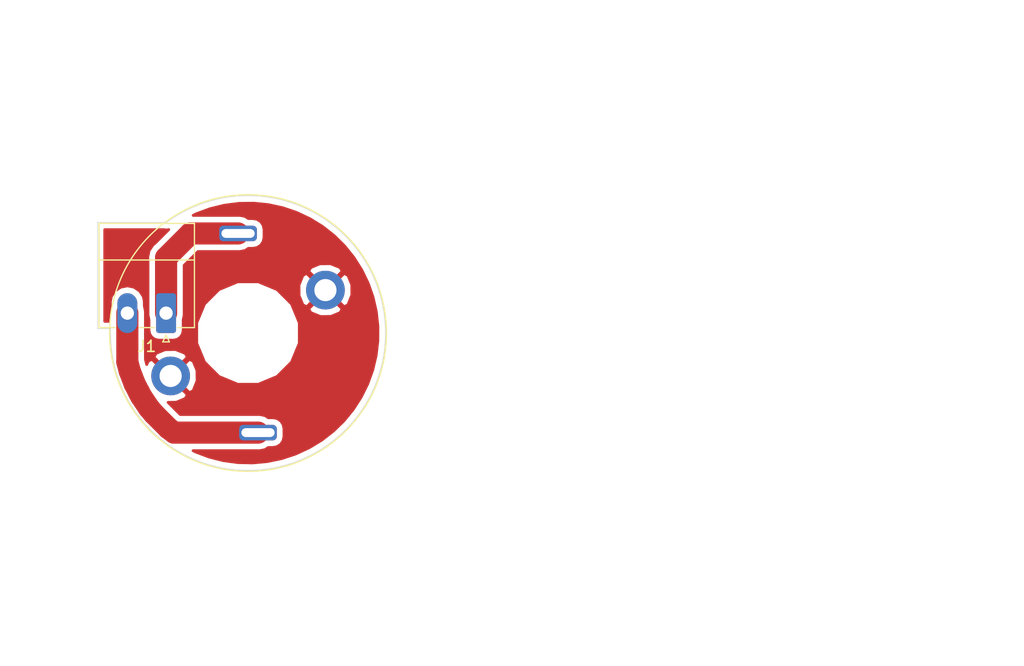
<source format=kicad_pcb>
(kicad_pcb (version 20171130) (host pcbnew 5.0.1)

  (general
    (thickness 1.6)
    (drawings 5)
    (tracks 14)
    (zones 0)
    (modules 2)
    (nets 4)
  )

  (page A4)
  (layers
    (0 F.Cu signal)
    (31 B.Cu signal)
    (32 B.Adhes user)
    (33 F.Adhes user)
    (34 B.Paste user)
    (35 F.Paste user)
    (36 B.SilkS user)
    (37 F.SilkS user)
    (38 B.Mask user)
    (39 F.Mask user)
    (40 Dwgs.User user)
    (41 Cmts.User user)
    (42 Eco1.User user)
    (43 Eco2.User user)
    (44 Edge.Cuts user)
    (45 Margin user)
    (46 B.CrtYd user)
    (47 F.CrtYd user)
    (48 B.Fab user)
    (49 F.Fab user)
  )

  (setup
    (last_trace_width 2)
    (user_trace_width 2)
    (trace_clearance 0.2)
    (zone_clearance 0.508)
    (zone_45_only no)
    (trace_min 0.2)
    (segment_width 0.2)
    (edge_width 0.05)
    (via_size 0.8)
    (via_drill 0.4)
    (via_min_size 0.4)
    (via_min_drill 0.3)
    (uvia_size 0.3)
    (uvia_drill 0.1)
    (uvias_allowed no)
    (uvia_min_size 0.2)
    (uvia_min_drill 0.1)
    (pcb_text_width 0.3)
    (pcb_text_size 1.5 1.5)
    (mod_edge_width 0.12)
    (mod_text_size 1 1)
    (mod_text_width 0.15)
    (pad_size 1.524 1.524)
    (pad_drill 0.762)
    (pad_to_mask_clearance 0.051)
    (solder_mask_min_width 0.25)
    (aux_axis_origin 0 0)
    (visible_elements FFFFFF7F)
    (pcbplotparams
      (layerselection 0x010fc_ffffffff)
      (usegerberextensions false)
      (usegerberattributes false)
      (usegerberadvancedattributes false)
      (creategerberjobfile false)
      (excludeedgelayer true)
      (linewidth 0.100000)
      (plotframeref false)
      (viasonmask false)
      (mode 1)
      (useauxorigin false)
      (hpglpennumber 1)
      (hpglpenspeed 20)
      (hpglpendiameter 15.000000)
      (psnegative false)
      (psa4output false)
      (plotreference true)
      (plotvalue true)
      (plotinvisibletext false)
      (padsonsilk false)
      (subtractmaskfromsilk false)
      (outputformat 1)
      (mirror false)
      (drillshape 1)
      (scaleselection 1)
      (outputdirectory ""))
  )

  (net 0 "")
  (net 1 "Net-(J1-Pad2)")
  (net 2 "Net-(J1-Pad1)")
  (net 3 GND)

  (net_class Default "Ceci est la Netclass par défaut."
    (clearance 0.2)
    (trace_width 0.25)
    (via_dia 0.8)
    (via_drill 0.4)
    (uvia_dia 0.3)
    (uvia_drill 0.1)
    (add_net GND)
    (add_net "Net-(J1-Pad1)")
    (add_net "Net-(J1-Pad2)")
  )

  (module Maxon:Maxon_RE (layer F.Cu) (tedit 5CA0E885) (tstamp 5C9FAC59)
    (at 100 100 270)
    (path /5C9FB0F3)
    (fp_text reference M1 (at 0 0.5 270) (layer F.SilkS)
      (effects (font (size 1 1) (thickness 0.15)))
    )
    (fp_text value Motor_DC_GND (at 0 -0.5 270) (layer F.Fab)
      (effects (font (size 1 1) (thickness 0.15)))
    )
    (fp_circle (center 0 0) (end 12.5 0) (layer F.SilkS) (width 0.12))
    (fp_circle (center 0 0) (end 8 0) (layer Dwgs.User) (width 0.12))
    (pad 1 thru_hole roundrect (at 9 -0.9) (size 3.4 1.4) (drill oval 3 0.8) (layers *.Cu *.Mask) (roundrect_rratio 0.25)
      (net 1 "Net-(J1-Pad2)"))
    (pad 2 thru_hole roundrect (at -9 0.9) (size 3.4 1.4) (drill oval 3 0.8) (layers *.Cu *.Mask) (roundrect_rratio 0.25)
      (net 2 "Net-(J1-Pad1)"))
    (pad 3 thru_hole circle (at 3.88 6.99 270) (size 3.5 3.5) (drill 2) (layers *.Cu *.Mask)
      (net 3 GND))
    (pad 3 thru_hole circle (at -3.88 -6.99 270) (size 3.5 3.5) (drill 2) (layers *.Cu *.Mask)
      (net 3 GND))
    (pad "" np_thru_hole circle (at 0 0 270) (size 8 8) (drill 8) (layers *.Cu *.Mask))
  )

  (module Connector_Phoenix_MC:PhoenixContact_MC_1,5_2-G-3.5_1x02_P3.50mm_Horizontal (layer F.Cu) (tedit 5B784ED0) (tstamp 5CAD3033)
    (at 92.6 98.2 180)
    (descr "Generic Phoenix Contact connector footprint for: MC_1,5/2-G-3.5; number of pins: 02; pin pitch: 3.50mm; Angled || order number: 1844210 8A 160V")
    (tags "phoenix_contact connector MC_01x02_G_3.5mm")
    (path /5C9FC684)
    (fp_text reference J1 (at 1.75 -3 180) (layer F.SilkS)
      (effects (font (size 1 1) (thickness 0.15)))
    )
    (fp_text value Conn_01x02 (at 1.75 9.2 180) (layer F.Fab)
      (effects (font (size 1 1) (thickness 0.15)))
    )
    (fp_line (start -2.56 -1.31) (end -2.56 8.11) (layer F.SilkS) (width 0.12))
    (fp_line (start -2.56 8.11) (end 6.06 8.11) (layer F.SilkS) (width 0.12))
    (fp_line (start 6.06 8.11) (end 6.06 -1.31) (layer F.SilkS) (width 0.12))
    (fp_line (start -2.56 -1.31) (end -1.05 -1.31) (layer F.SilkS) (width 0.12))
    (fp_line (start 6.06 -1.31) (end 4.55 -1.31) (layer F.SilkS) (width 0.12))
    (fp_line (start 1.05 -1.31) (end 2.45 -1.31) (layer F.SilkS) (width 0.12))
    (fp_line (start -2.45 -1.2) (end -2.45 8) (layer F.Fab) (width 0.1))
    (fp_line (start -2.45 8) (end 5.95 8) (layer F.Fab) (width 0.1))
    (fp_line (start 5.95 8) (end 5.95 -1.2) (layer F.Fab) (width 0.1))
    (fp_line (start 5.95 -1.2) (end -2.45 -1.2) (layer F.Fab) (width 0.1))
    (fp_line (start -2.56 4.8) (end 6.06 4.8) (layer F.SilkS) (width 0.12))
    (fp_line (start -3.06 -2.3) (end -3.06 8.5) (layer F.CrtYd) (width 0.05))
    (fp_line (start -3.06 8.5) (end 6.45 8.5) (layer F.CrtYd) (width 0.05))
    (fp_line (start 6.45 8.5) (end 6.45 -2.3) (layer F.CrtYd) (width 0.05))
    (fp_line (start 6.45 -2.3) (end -3.06 -2.3) (layer F.CrtYd) (width 0.05))
    (fp_line (start 0.3 -2.6) (end 0 -2) (layer F.SilkS) (width 0.12))
    (fp_line (start 0 -2) (end -0.3 -2.6) (layer F.SilkS) (width 0.12))
    (fp_line (start -0.3 -2.6) (end 0.3 -2.6) (layer F.SilkS) (width 0.12))
    (fp_line (start 0.8 -1.2) (end 0 0) (layer F.Fab) (width 0.1))
    (fp_line (start 0 0) (end -0.8 -1.2) (layer F.Fab) (width 0.1))
    (fp_text user %R (at 1.75 -0.5 180) (layer F.Fab)
      (effects (font (size 1 1) (thickness 0.15)))
    )
    (pad 1 thru_hole roundrect (at 0 0 180) (size 1.8 3.6) (drill 1.2) (layers *.Cu *.Mask) (roundrect_rratio 0.138889)
      (net 2 "Net-(J1-Pad1)"))
    (pad 2 thru_hole oval (at 3.5 0 180) (size 1.8 3.6) (drill 1.2) (layers *.Cu *.Mask)
      (net 1 "Net-(J1-Pad2)"))
    (model ${KISYS3DMOD}/Connector_Phoenix_MC.3dshapes/PhoenixContact_MC_1,5_2-G-3.5_1x02_P3.50mm_Horizontal.wrl
      (at (xyz 0 0 0))
      (scale (xyz 1 1 1))
      (rotate (xyz 0 0 0))
    )
  )

  (gr_line (start 86.4 99.6) (end 87.6 99.6) (layer Edge.Cuts) (width 0.05))
  (gr_line (start 86.4 90) (end 86.4 99.6) (layer Edge.Cuts) (width 0.05))
  (gr_line (start 92.6 90) (end 86.4 90) (layer Edge.Cuts) (width 0.05))
  (gr_arc (start 100 100) (end 87.6 99.6) (angle -308.3490523) (layer Edge.Cuts) (width 0.05))
  (gr_circle (center 140 100) (end 110 100) (layer Dwgs.User) (width 0.2))

  (segment (start 89.1 102.599193) (end 89.310453 103.41353) (width 2) (layer F.Cu) (net 1))
  (segment (start 89.310453 103.41353) (end 89.76076 104.590919) (width 2) (layer F.Cu) (net 1))
  (segment (start 89.1 98.2) (end 89.1 102.599193) (width 2) (layer F.Cu) (net 1))
  (segment (start 90.340267 105.710354) (end 90.15771 105.357707) (width 2) (layer F.Cu) (net 1))
  (segment (start 91.041676 106.757738) (end 90.340267 105.710354) (width 2) (layer F.Cu) (net 1))
  (segment (start 90.15771 105.357707) (end 90.15771 105.357708) (width 2) (layer F.Cu) (net 1))
  (segment (start 89.76076 104.590919) (end 90.15771 105.357707) (width 2) (layer F.Cu) (net 1))
  (segment (start 91.50469 107.30469) (end 91.041676 106.757738) (width 2) (layer F.Cu) (net 1))
  (segment (start 92.818069 108.618069) (end 91.50469 107.30469) (width 2) (layer F.Cu) (net 1))
  (segment (start 93.32728 109) (end 92.818069 108.618069) (width 2) (layer F.Cu) (net 1))
  (segment (start 100.9 109) (end 93.32728 109) (width 2) (layer F.Cu) (net 1))
  (segment (start 92.6 98.2) (end 92.6 93.2) (width 2) (layer F.Cu) (net 2))
  (segment (start 94.8 91) (end 99.1 91) (width 2) (layer F.Cu) (net 2))
  (segment (start 92.6 93.2) (end 94.8 91) (width 2) (layer F.Cu) (net 2))

  (zone (net 3) (net_name GND) (layer F.Cu) (tstamp 0) (hatch edge 0.508)
    (connect_pads (clearance 0.508))
    (min_thickness 0.254)
    (fill yes (arc_segments 16) (thermal_gap 0.508) (thermal_bridge_width 0.508))
    (polygon
      (pts
        (xy 80.8 82.4) (xy 122.2 82.2) (xy 122.2 117.4) (xy 77.6 117.8)
      )
    )
    (filled_polygon
      (pts
        (xy 101.837093 88.399172) (xy 103.138536 88.681709) (xy 104.399627 89.109757) (xy 105.604155 89.677813) (xy 106.736635 90.378573)
        (xy 107.782504 91.203028) (xy 108.728329 92.140587) (xy 109.561927 93.179176) (xy 110.272602 94.305463) (xy 110.851209 95.504963)
        (xy 111.29031 96.762251) (xy 111.584257 98.06116) (xy 111.729274 99.384994) (xy 111.723497 100.716746) (xy 111.566999 102.039276)
        (xy 111.261794 103.335582) (xy 110.811799 104.589021) (xy 110.222811 105.783445) (xy 109.50239 106.903528) (xy 108.659803 107.934855)
        (xy 107.705885 108.864167) (xy 106.652903 109.679514) (xy 105.514394 110.370417) (xy 104.304967 110.928008) (xy 103.04022 111.345094)
        (xy 101.736369 111.616329) (xy 100.410198 111.738221) (xy 99.078767 111.709203) (xy 97.75916 111.529646) (xy 96.468377 111.201864)
        (xy 95.222994 110.730066) (xy 95.0384 110.635) (xy 101.061031 110.635) (xy 101.537945 110.540136) (xy 101.826335 110.34744)
        (xy 102.25 110.34744) (xy 102.631704 110.271514) (xy 102.955297 110.055297) (xy 103.171514 109.731704) (xy 103.24744 109.35)
        (xy 103.24744 108.65) (xy 103.171514 108.268296) (xy 102.955297 107.944703) (xy 102.631704 107.728486) (xy 102.25 107.65256)
        (xy 101.826335 107.65256) (xy 101.537945 107.459864) (xy 101.061031 107.365) (xy 93.877239 107.365) (xy 92.780419 106.26818)
        (xy 93.515323 106.258641) (xy 94.334636 105.919271) (xy 94.524923 105.574528) (xy 93.01 104.059605) (xy 92.995858 104.073748)
        (xy 92.816253 103.894143) (xy 92.830395 103.88) (xy 93.189605 103.88) (xy 94.704528 105.394923) (xy 95.049271 105.204636)
        (xy 95.400956 104.323409) (xy 95.388641 103.374677) (xy 95.049271 102.555364) (xy 94.704528 102.365077) (xy 93.189605 103.88)
        (xy 92.830395 103.88) (xy 91.315472 102.365077) (xy 90.970729 102.555364) (xy 90.853381 102.849407) (xy 90.735 102.391339)
        (xy 90.735 102.185472) (xy 91.495077 102.185472) (xy 93.01 103.700395) (xy 94.524923 102.185472) (xy 94.334636 101.840729)
        (xy 93.453409 101.489044) (xy 92.504677 101.501359) (xy 91.685364 101.840729) (xy 91.495077 102.185472) (xy 90.735 102.185472)
        (xy 90.735 98.038969) (xy 90.640136 97.562055) (xy 90.635 97.554368) (xy 90.635 97.148818) (xy 90.545938 96.701073)
        (xy 90.206673 96.193327) (xy 89.698927 95.854062) (xy 89.1 95.734928) (xy 88.501074 95.854062) (xy 87.993328 96.193327)
        (xy 87.654063 96.701073) (xy 87.565001 97.148818) (xy 87.565001 97.554368) (xy 87.559864 97.562056) (xy 87.465 98.03897)
        (xy 87.465 98.94) (xy 87.06 98.94) (xy 87.06 90.66) (xy 92.433341 90.66) (xy 92.502684 90.676646)
        (xy 92.57696 90.685764) (xy 92.651792 90.686415) (xy 92.726217 90.678591) (xy 92.799277 90.662392) (xy 92.839074 90.648687)
        (xy 91.557748 91.930014) (xy 91.421232 92.021231) (xy 91.223316 92.317434) (xy 91.059865 92.562055) (xy 90.932969 93.2)
        (xy 90.965001 93.361034) (xy 90.965 98.36103) (xy 91.05256 98.801224) (xy 91.05256 99.75) (xy 91.120874 100.093435)
        (xy 91.315414 100.384586) (xy 91.606565 100.579126) (xy 91.95 100.64744) (xy 93.25 100.64744) (xy 93.593435 100.579126)
        (xy 93.884586 100.384586) (xy 94.079126 100.093435) (xy 94.14744 99.75) (xy 94.14744 99.078041) (xy 95.365 99.078041)
        (xy 95.365 100.921959) (xy 96.070637 102.625517) (xy 97.374483 103.929363) (xy 99.078041 104.635) (xy 100.921959 104.635)
        (xy 102.625517 103.929363) (xy 103.929363 102.625517) (xy 104.635 100.921959) (xy 104.635 99.078041) (xy 104.111636 97.814528)
        (xy 105.475077 97.814528) (xy 105.665364 98.159271) (xy 106.546591 98.510956) (xy 107.495323 98.498641) (xy 108.314636 98.159271)
        (xy 108.504923 97.814528) (xy 106.99 96.299605) (xy 105.475077 97.814528) (xy 104.111636 97.814528) (xy 103.929363 97.374483)
        (xy 102.625517 96.070637) (xy 101.674207 95.676591) (xy 104.599044 95.676591) (xy 104.611359 96.625323) (xy 104.950729 97.444636)
        (xy 105.295472 97.634923) (xy 106.810395 96.12) (xy 107.169605 96.12) (xy 108.684528 97.634923) (xy 109.029271 97.444636)
        (xy 109.380956 96.563409) (xy 109.368641 95.614677) (xy 109.029271 94.795364) (xy 108.684528 94.605077) (xy 107.169605 96.12)
        (xy 106.810395 96.12) (xy 105.295472 94.605077) (xy 104.950729 94.795364) (xy 104.599044 95.676591) (xy 101.674207 95.676591)
        (xy 100.921959 95.365) (xy 99.078041 95.365) (xy 97.374483 96.070637) (xy 96.070637 97.374483) (xy 95.365 99.078041)
        (xy 94.14744 99.078041) (xy 94.14744 98.801225) (xy 94.235 98.361031) (xy 94.235 94.425472) (xy 105.475077 94.425472)
        (xy 106.99 95.940395) (xy 108.504923 94.425472) (xy 108.314636 94.080729) (xy 107.433409 93.729044) (xy 106.484677 93.741359)
        (xy 105.665364 94.080729) (xy 105.475077 94.425472) (xy 94.235 94.425472) (xy 94.235 93.877238) (xy 95.477239 92.635)
        (xy 99.261031 92.635) (xy 99.737945 92.540136) (xy 100.026335 92.34744) (xy 100.45 92.34744) (xy 100.831704 92.271514)
        (xy 101.155297 92.055297) (xy 101.371514 91.731704) (xy 101.44744 91.35) (xy 101.44744 90.65) (xy 101.371514 90.268296)
        (xy 101.155297 89.944703) (xy 100.831704 89.728486) (xy 100.45 89.65256) (xy 100.026335 89.65256) (xy 99.737945 89.459864)
        (xy 99.261031 89.365) (xy 95.046252 89.365) (xy 95.316266 89.228893) (xy 96.565701 88.767917) (xy 97.859287 88.451344)
        (xy 99.180388 88.283245) (xy 100.512029 88.26578)
      )
    )
  )
)

</source>
